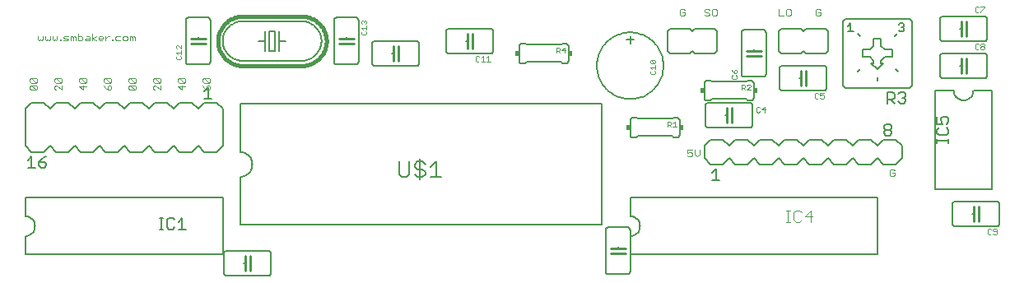
<source format=gto>
G75*
%MOIN*%
%OFA0B0*%
%FSLAX24Y24*%
%IPPOS*%
%LPD*%
%AMOC8*
5,1,8,0,0,1.08239X$1,22.5*
%
%ADD10C,0.0030*%
%ADD11C,0.0060*%
%ADD12C,0.0050*%
%ADD13C,0.0100*%
%ADD14C,0.0070*%
%ADD15C,0.0040*%
%ADD16R,0.0150X0.0200*%
%ADD17C,0.0020*%
%ADD18C,0.0160*%
D10*
X027495Y007043D02*
X027543Y006995D01*
X027640Y006995D01*
X027688Y007043D01*
X027688Y007140D01*
X027640Y007188D01*
X027592Y007188D01*
X027495Y007140D01*
X027495Y007285D01*
X027688Y007285D01*
X027790Y007285D02*
X027790Y007092D01*
X027886Y006995D01*
X027983Y007092D01*
X027983Y007285D01*
X035695Y006437D02*
X035695Y006243D01*
X035743Y006195D01*
X035840Y006195D01*
X035888Y006243D01*
X035888Y006340D01*
X035792Y006340D01*
X035888Y006437D02*
X035840Y006485D01*
X035743Y006485D01*
X035695Y006437D01*
X032840Y012695D02*
X032888Y012743D01*
X032888Y012840D01*
X032792Y012840D01*
X032888Y012937D02*
X032840Y012985D01*
X032743Y012985D01*
X032695Y012937D01*
X032695Y012743D01*
X032743Y012695D01*
X032840Y012695D01*
X031683Y012743D02*
X031635Y012695D01*
X031538Y012695D01*
X031490Y012743D01*
X031490Y012937D01*
X031538Y012985D01*
X031635Y012985D01*
X031683Y012937D01*
X031683Y012743D01*
X031388Y012695D02*
X031195Y012695D01*
X031195Y012985D01*
X028683Y012937D02*
X028683Y012743D01*
X028635Y012695D01*
X028538Y012695D01*
X028490Y012743D01*
X028490Y012937D01*
X028538Y012985D01*
X028635Y012985D01*
X028683Y012937D01*
X028388Y012937D02*
X028340Y012985D01*
X028243Y012985D01*
X028195Y012937D01*
X028195Y012888D01*
X028243Y012840D01*
X028340Y012840D01*
X028388Y012792D01*
X028388Y012743D01*
X028340Y012695D01*
X028243Y012695D01*
X028195Y012743D01*
X027388Y012743D02*
X027388Y012840D01*
X027292Y012840D01*
X027388Y012743D02*
X027340Y012695D01*
X027243Y012695D01*
X027195Y012743D01*
X027195Y012937D01*
X027243Y012985D01*
X027340Y012985D01*
X027388Y012937D01*
X008165Y010135D02*
X008165Y010038D01*
X008117Y009990D01*
X007923Y010183D01*
X008117Y010183D01*
X008165Y010135D01*
X008117Y009990D02*
X007923Y009990D01*
X007875Y010038D01*
X007875Y010135D01*
X007923Y010183D01*
X007165Y010135D02*
X007165Y010038D01*
X007117Y009990D01*
X006923Y010183D01*
X007117Y010183D01*
X007165Y010135D01*
X007117Y009990D02*
X006923Y009990D01*
X006875Y010038D01*
X006875Y010135D01*
X006923Y010183D01*
X006165Y010135D02*
X006165Y010038D01*
X006117Y009990D01*
X005923Y010183D01*
X006117Y010183D01*
X006165Y010135D01*
X006117Y009990D02*
X005923Y009990D01*
X005875Y010038D01*
X005875Y010135D01*
X005923Y010183D01*
X005165Y010135D02*
X005165Y010038D01*
X005117Y009990D01*
X004923Y010183D01*
X005117Y010183D01*
X005165Y010135D01*
X005117Y009990D02*
X004923Y009990D01*
X004875Y010038D01*
X004875Y010135D01*
X004923Y010183D01*
X004165Y010135D02*
X004165Y010038D01*
X004117Y009990D01*
X003923Y010183D01*
X004117Y010183D01*
X004165Y010135D01*
X004117Y009990D02*
X003923Y009990D01*
X003875Y010038D01*
X003875Y010135D01*
X003923Y010183D01*
X003165Y010135D02*
X003165Y010038D01*
X003117Y009990D01*
X002923Y010183D01*
X003117Y010183D01*
X003165Y010135D01*
X003117Y009990D02*
X002923Y009990D01*
X002875Y010038D01*
X002875Y010135D01*
X002923Y010183D01*
X002165Y010135D02*
X002165Y010038D01*
X002117Y009990D01*
X001923Y010183D01*
X002117Y010183D01*
X002165Y010135D01*
X002117Y009990D02*
X001923Y009990D01*
X001875Y010038D01*
X001875Y010135D01*
X001923Y010183D01*
X001165Y010135D02*
X001165Y010038D01*
X001117Y009990D01*
X000923Y010183D01*
X001117Y010183D01*
X001165Y010135D01*
X001117Y009990D02*
X000923Y009990D01*
X000875Y010038D01*
X000875Y010135D01*
X000923Y010183D01*
X000923Y009888D02*
X001117Y009695D01*
X001165Y009743D01*
X001165Y009840D01*
X001117Y009888D01*
X000923Y009888D01*
X000875Y009840D01*
X000875Y009743D01*
X000923Y009695D01*
X001117Y009695D01*
X001875Y009743D02*
X001923Y009695D01*
X001875Y009743D02*
X001875Y009840D01*
X001923Y009888D01*
X001972Y009888D01*
X002165Y009695D01*
X002165Y009888D01*
X002875Y009840D02*
X003020Y009695D01*
X003020Y009888D01*
X003165Y009840D02*
X002875Y009840D01*
X003875Y009888D02*
X003923Y009792D01*
X004020Y009695D01*
X004020Y009840D01*
X004068Y009888D01*
X004117Y009888D01*
X004165Y009840D01*
X004165Y009743D01*
X004117Y009695D01*
X004020Y009695D01*
X004875Y009743D02*
X004875Y009840D01*
X004923Y009888D01*
X005117Y009695D01*
X005165Y009743D01*
X005165Y009840D01*
X005117Y009888D01*
X004923Y009888D01*
X004875Y009743D02*
X004923Y009695D01*
X005117Y009695D01*
X005875Y009743D02*
X005923Y009695D01*
X005875Y009743D02*
X005875Y009840D01*
X005923Y009888D01*
X005972Y009888D01*
X006165Y009695D01*
X006165Y009888D01*
X006875Y009840D02*
X007020Y009695D01*
X007020Y009888D01*
X007165Y009840D02*
X006875Y009840D01*
X007875Y009888D02*
X007923Y009792D01*
X008020Y009695D01*
X008020Y009840D01*
X008068Y009888D01*
X008117Y009888D01*
X008165Y009840D01*
X008165Y009743D01*
X008117Y009695D01*
X008020Y009695D01*
X005121Y011695D02*
X005121Y011840D01*
X005072Y011888D01*
X005024Y011840D01*
X005024Y011695D01*
X004927Y011695D02*
X004927Y011888D01*
X004976Y011888D01*
X005024Y011840D01*
X004826Y011840D02*
X004826Y011743D01*
X004778Y011695D01*
X004681Y011695D01*
X004633Y011743D01*
X004633Y011840D01*
X004681Y011888D01*
X004778Y011888D01*
X004826Y011840D01*
X004531Y011888D02*
X004386Y011888D01*
X004338Y011840D01*
X004338Y011743D01*
X004386Y011695D01*
X004531Y011695D01*
X004239Y011695D02*
X004191Y011695D01*
X004191Y011743D01*
X004239Y011743D01*
X004239Y011695D01*
X004090Y011888D02*
X004042Y011888D01*
X003945Y011792D01*
X003945Y011888D02*
X003945Y011695D01*
X003844Y011792D02*
X003650Y011792D01*
X003650Y011840D02*
X003699Y011888D01*
X003796Y011888D01*
X003844Y011840D01*
X003844Y011792D01*
X003796Y011695D02*
X003699Y011695D01*
X003650Y011743D01*
X003650Y011840D01*
X003550Y011888D02*
X003405Y011792D01*
X003550Y011695D01*
X003405Y011695D02*
X003405Y011985D01*
X003304Y011840D02*
X003255Y011888D01*
X003159Y011888D01*
X003159Y011792D02*
X003304Y011792D01*
X003304Y011840D02*
X003304Y011695D01*
X003159Y011695D01*
X003110Y011743D01*
X003159Y011792D01*
X003009Y011840D02*
X002961Y011888D01*
X002816Y011888D01*
X002816Y011985D02*
X002816Y011695D01*
X002961Y011695D01*
X003009Y011743D01*
X003009Y011840D01*
X002714Y011840D02*
X002714Y011695D01*
X002618Y011695D02*
X002618Y011840D01*
X002666Y011888D01*
X002714Y011840D01*
X002618Y011840D02*
X002569Y011888D01*
X002521Y011888D01*
X002521Y011695D01*
X002420Y011743D02*
X002371Y011792D01*
X002275Y011792D01*
X002226Y011840D01*
X002275Y011888D01*
X002420Y011888D01*
X002420Y011743D02*
X002371Y011695D01*
X002226Y011695D01*
X002127Y011695D02*
X002079Y011695D01*
X002079Y011743D01*
X002127Y011743D01*
X002127Y011695D01*
X001978Y011743D02*
X001978Y011888D01*
X001978Y011743D02*
X001929Y011695D01*
X001881Y011743D01*
X001833Y011695D01*
X001784Y011743D01*
X001784Y011888D01*
X001683Y011888D02*
X001683Y011743D01*
X001635Y011695D01*
X001586Y011743D01*
X001538Y011695D01*
X001490Y011743D01*
X001490Y011888D01*
X001388Y011888D02*
X001388Y011743D01*
X001340Y011695D01*
X001292Y011743D01*
X001243Y011695D01*
X001195Y011743D01*
X001195Y011888D01*
D11*
X008730Y003080D02*
X008730Y002280D01*
X008732Y002263D01*
X008736Y002246D01*
X008743Y002230D01*
X008753Y002216D01*
X008766Y002203D01*
X008780Y002193D01*
X008796Y002186D01*
X008813Y002182D01*
X008830Y002180D01*
X010530Y002180D01*
X010547Y002182D01*
X010564Y002186D01*
X010580Y002193D01*
X010594Y002203D01*
X010607Y002216D01*
X010617Y002230D01*
X010624Y002246D01*
X010628Y002263D01*
X010630Y002280D01*
X010630Y003080D01*
X010628Y003097D01*
X010624Y003114D01*
X010617Y003130D01*
X010607Y003144D01*
X010594Y003157D01*
X010580Y003167D01*
X010564Y003174D01*
X010547Y003178D01*
X010530Y003180D01*
X008830Y003180D01*
X008813Y003178D01*
X008796Y003174D01*
X008780Y003167D01*
X008766Y003157D01*
X008753Y003144D01*
X008743Y003130D01*
X008736Y003114D01*
X008732Y003097D01*
X008730Y003080D01*
X008680Y003030D02*
X008680Y005330D01*
X000680Y005330D01*
X000680Y004580D01*
X000719Y004578D01*
X000758Y004572D01*
X000796Y004563D01*
X000833Y004550D01*
X000869Y004533D01*
X000902Y004513D01*
X000934Y004489D01*
X000963Y004463D01*
X000989Y004434D01*
X001013Y004402D01*
X001033Y004369D01*
X001050Y004333D01*
X001063Y004296D01*
X001072Y004258D01*
X001078Y004219D01*
X001080Y004180D01*
X001078Y004141D01*
X001072Y004102D01*
X001063Y004064D01*
X001050Y004027D01*
X001033Y003991D01*
X001013Y003958D01*
X000989Y003926D01*
X000963Y003897D01*
X000934Y003871D01*
X000902Y003847D01*
X000869Y003827D01*
X000833Y003810D01*
X000796Y003797D01*
X000758Y003788D01*
X000719Y003782D01*
X000680Y003780D01*
X000680Y003030D01*
X008680Y003030D01*
X009530Y002680D02*
X009580Y002680D01*
X009780Y002680D02*
X009830Y002680D01*
X009380Y004230D02*
X009380Y006180D01*
X009424Y006182D01*
X009467Y006188D01*
X009509Y006197D01*
X009551Y006210D01*
X009591Y006227D01*
X009630Y006247D01*
X009667Y006270D01*
X009701Y006297D01*
X009734Y006326D01*
X009763Y006359D01*
X009790Y006393D01*
X009813Y006430D01*
X009833Y006469D01*
X009850Y006509D01*
X009863Y006551D01*
X009872Y006593D01*
X009878Y006636D01*
X009880Y006680D01*
X009878Y006724D01*
X009872Y006767D01*
X009863Y006809D01*
X009850Y006851D01*
X009833Y006891D01*
X009813Y006930D01*
X009790Y006967D01*
X009763Y007001D01*
X009734Y007034D01*
X009701Y007063D01*
X009667Y007090D01*
X009630Y007113D01*
X009591Y007133D01*
X009551Y007150D01*
X009509Y007163D01*
X009467Y007172D01*
X009424Y007178D01*
X009380Y007180D01*
X009380Y009130D01*
X024030Y009130D01*
X024030Y004230D01*
X009380Y004230D01*
X008430Y007180D02*
X007930Y007180D01*
X007680Y007430D01*
X007430Y007180D01*
X006930Y007180D01*
X006680Y007430D01*
X006430Y007180D01*
X005930Y007180D01*
X005680Y007430D01*
X005430Y007180D01*
X004930Y007180D01*
X004680Y007430D01*
X004430Y007180D01*
X003930Y007180D01*
X003680Y007430D01*
X003430Y007180D01*
X002930Y007180D01*
X002680Y007430D01*
X002430Y007180D01*
X001930Y007180D01*
X001680Y007430D01*
X001430Y007180D01*
X000930Y007180D01*
X000680Y007430D01*
X000680Y008930D01*
X000930Y009180D01*
X001430Y009180D01*
X001680Y008930D01*
X001930Y009180D01*
X002430Y009180D01*
X002680Y008930D01*
X002930Y009180D01*
X003430Y009180D01*
X003680Y008930D01*
X003930Y009180D01*
X004430Y009180D01*
X004680Y008930D01*
X004930Y009180D01*
X005430Y009180D01*
X005680Y008930D01*
X005930Y009180D01*
X006430Y009180D01*
X006680Y008930D01*
X006930Y009180D01*
X007430Y009180D01*
X007680Y008930D01*
X007930Y009180D01*
X008430Y009180D01*
X008680Y008930D01*
X008680Y007430D01*
X008430Y007180D01*
X014830Y010680D02*
X016530Y010680D01*
X016547Y010682D01*
X016564Y010686D01*
X016580Y010693D01*
X016594Y010703D01*
X016607Y010716D01*
X016617Y010730D01*
X016624Y010746D01*
X016628Y010763D01*
X016630Y010780D01*
X016630Y011580D01*
X016628Y011597D01*
X016624Y011614D01*
X016617Y011630D01*
X016607Y011644D01*
X016594Y011657D01*
X016580Y011667D01*
X016564Y011674D01*
X016547Y011678D01*
X016530Y011680D01*
X014830Y011680D01*
X014813Y011678D01*
X014796Y011674D01*
X014780Y011667D01*
X014766Y011657D01*
X014753Y011644D01*
X014743Y011630D01*
X014736Y011614D01*
X014732Y011597D01*
X014730Y011580D01*
X014730Y010780D01*
X014732Y010763D01*
X014736Y010746D01*
X014743Y010730D01*
X014753Y010716D01*
X014766Y010703D01*
X014780Y010693D01*
X014796Y010686D01*
X014813Y010682D01*
X014830Y010680D01*
X014180Y010830D02*
X014180Y012530D01*
X014178Y012547D01*
X014174Y012564D01*
X014167Y012580D01*
X014157Y012594D01*
X014144Y012607D01*
X014130Y012617D01*
X014114Y012624D01*
X014097Y012628D01*
X014080Y012630D01*
X013280Y012630D01*
X013263Y012628D01*
X013246Y012624D01*
X013230Y012617D01*
X013216Y012607D01*
X013203Y012594D01*
X013193Y012580D01*
X013186Y012564D01*
X013182Y012547D01*
X013180Y012530D01*
X013180Y010830D01*
X013182Y010813D01*
X013186Y010796D01*
X013193Y010780D01*
X013203Y010766D01*
X013216Y010753D01*
X013230Y010743D01*
X013246Y010736D01*
X013263Y010732D01*
X013280Y010730D01*
X014080Y010730D01*
X014097Y010732D01*
X014114Y010736D01*
X014130Y010743D01*
X014144Y010753D01*
X014157Y010766D01*
X014167Y010780D01*
X014174Y010796D01*
X014178Y010813D01*
X014180Y010830D01*
X015530Y011180D02*
X015580Y011180D01*
X015780Y011180D02*
X015830Y011180D01*
X017730Y011280D02*
X017730Y012080D01*
X017732Y012097D01*
X017736Y012114D01*
X017743Y012130D01*
X017753Y012144D01*
X017766Y012157D01*
X017780Y012167D01*
X017796Y012174D01*
X017813Y012178D01*
X017830Y012180D01*
X019530Y012180D01*
X019547Y012178D01*
X019564Y012174D01*
X019580Y012167D01*
X019594Y012157D01*
X019607Y012144D01*
X019617Y012130D01*
X019624Y012114D01*
X019628Y012097D01*
X019630Y012080D01*
X019630Y011280D01*
X019628Y011263D01*
X019624Y011246D01*
X019617Y011230D01*
X019607Y011216D01*
X019594Y011203D01*
X019580Y011193D01*
X019564Y011186D01*
X019547Y011182D01*
X019530Y011180D01*
X017830Y011180D01*
X017813Y011182D01*
X017796Y011186D01*
X017780Y011193D01*
X017766Y011203D01*
X017753Y011216D01*
X017743Y011230D01*
X017736Y011246D01*
X017732Y011263D01*
X017730Y011280D01*
X018530Y011680D02*
X018580Y011680D01*
X018780Y011680D02*
X018830Y011680D01*
X020680Y011480D02*
X020680Y010880D01*
X020682Y010863D01*
X020686Y010846D01*
X020693Y010830D01*
X020703Y010816D01*
X020716Y010803D01*
X020730Y010793D01*
X020746Y010786D01*
X020763Y010782D01*
X020780Y010780D01*
X020930Y010780D01*
X020980Y010830D01*
X022380Y010830D01*
X022430Y010780D01*
X022580Y010780D01*
X022597Y010782D01*
X022614Y010786D01*
X022630Y010793D01*
X022644Y010803D01*
X022657Y010816D01*
X022667Y010830D01*
X022674Y010846D01*
X022678Y010863D01*
X022680Y010880D01*
X022680Y011480D01*
X022678Y011497D01*
X022674Y011514D01*
X022667Y011530D01*
X022657Y011544D01*
X022644Y011557D01*
X022630Y011567D01*
X022614Y011574D01*
X022597Y011578D01*
X022580Y011580D01*
X022430Y011580D01*
X022380Y011530D01*
X020980Y011530D01*
X020930Y011580D01*
X020780Y011580D01*
X020763Y011578D01*
X020746Y011574D01*
X020730Y011567D01*
X020716Y011557D01*
X020703Y011544D01*
X020693Y011530D01*
X020686Y011514D01*
X020682Y011497D01*
X020680Y011480D01*
X025030Y011730D02*
X025330Y011730D01*
X025180Y011880D02*
X025180Y011580D01*
X026680Y011280D02*
X026680Y012080D01*
X026780Y012180D01*
X027580Y012180D01*
X027680Y012080D01*
X027780Y012180D01*
X028580Y012180D01*
X028680Y012080D01*
X028680Y011280D01*
X028580Y011180D01*
X027780Y011180D01*
X027680Y011280D01*
X027580Y011180D01*
X026780Y011180D01*
X026680Y011280D01*
X023830Y010680D02*
X023832Y010753D01*
X023838Y010826D01*
X023848Y010898D01*
X023862Y010970D01*
X023879Y011041D01*
X023901Y011111D01*
X023926Y011180D01*
X023955Y011247D01*
X023987Y011312D01*
X024023Y011376D01*
X024063Y011438D01*
X024105Y011497D01*
X024151Y011554D01*
X024200Y011608D01*
X024252Y011660D01*
X024306Y011709D01*
X024363Y011755D01*
X024422Y011797D01*
X024484Y011837D01*
X024548Y011873D01*
X024613Y011905D01*
X024680Y011934D01*
X024749Y011959D01*
X024819Y011981D01*
X024890Y011998D01*
X024962Y012012D01*
X025034Y012022D01*
X025107Y012028D01*
X025180Y012030D01*
X025253Y012028D01*
X025326Y012022D01*
X025398Y012012D01*
X025470Y011998D01*
X025541Y011981D01*
X025611Y011959D01*
X025680Y011934D01*
X025747Y011905D01*
X025812Y011873D01*
X025876Y011837D01*
X025938Y011797D01*
X025997Y011755D01*
X026054Y011709D01*
X026108Y011660D01*
X026160Y011608D01*
X026209Y011554D01*
X026255Y011497D01*
X026297Y011438D01*
X026337Y011376D01*
X026373Y011312D01*
X026405Y011247D01*
X026434Y011180D01*
X026459Y011111D01*
X026481Y011041D01*
X026498Y010970D01*
X026512Y010898D01*
X026522Y010826D01*
X026528Y010753D01*
X026530Y010680D01*
X026528Y010607D01*
X026522Y010534D01*
X026512Y010462D01*
X026498Y010390D01*
X026481Y010319D01*
X026459Y010249D01*
X026434Y010180D01*
X026405Y010113D01*
X026373Y010048D01*
X026337Y009984D01*
X026297Y009922D01*
X026255Y009863D01*
X026209Y009806D01*
X026160Y009752D01*
X026108Y009700D01*
X026054Y009651D01*
X025997Y009605D01*
X025938Y009563D01*
X025876Y009523D01*
X025812Y009487D01*
X025747Y009455D01*
X025680Y009426D01*
X025611Y009401D01*
X025541Y009379D01*
X025470Y009362D01*
X025398Y009348D01*
X025326Y009338D01*
X025253Y009332D01*
X025180Y009330D01*
X025107Y009332D01*
X025034Y009338D01*
X024962Y009348D01*
X024890Y009362D01*
X024819Y009379D01*
X024749Y009401D01*
X024680Y009426D01*
X024613Y009455D01*
X024548Y009487D01*
X024484Y009523D01*
X024422Y009563D01*
X024363Y009605D01*
X024306Y009651D01*
X024252Y009700D01*
X024200Y009752D01*
X024151Y009806D01*
X024105Y009863D01*
X024063Y009922D01*
X024023Y009984D01*
X023987Y010048D01*
X023955Y010113D01*
X023926Y010180D01*
X023901Y010249D01*
X023879Y010319D01*
X023862Y010390D01*
X023848Y010462D01*
X023838Y010534D01*
X023832Y010607D01*
X023830Y010680D01*
X028180Y009980D02*
X028180Y009380D01*
X028182Y009363D01*
X028186Y009346D01*
X028193Y009330D01*
X028203Y009316D01*
X028216Y009303D01*
X028230Y009293D01*
X028246Y009286D01*
X028263Y009282D01*
X028280Y009280D01*
X028430Y009280D01*
X028480Y009330D01*
X029880Y009330D01*
X029930Y009280D01*
X030080Y009280D01*
X030097Y009282D01*
X030114Y009286D01*
X030130Y009293D01*
X030144Y009303D01*
X030157Y009316D01*
X030167Y009330D01*
X030174Y009346D01*
X030178Y009363D01*
X030180Y009380D01*
X030180Y009980D01*
X030178Y009997D01*
X030174Y010014D01*
X030167Y010030D01*
X030157Y010044D01*
X030144Y010057D01*
X030130Y010067D01*
X030114Y010074D01*
X030097Y010078D01*
X030080Y010080D01*
X029930Y010080D01*
X029880Y010030D01*
X028480Y010030D01*
X028430Y010080D01*
X028280Y010080D01*
X028263Y010078D01*
X028246Y010074D01*
X028230Y010067D01*
X028216Y010057D01*
X028203Y010044D01*
X028193Y010030D01*
X028186Y010014D01*
X028182Y009997D01*
X028180Y009980D01*
X029680Y010330D02*
X029680Y012030D01*
X029682Y012047D01*
X029686Y012064D01*
X029693Y012080D01*
X029703Y012094D01*
X029716Y012107D01*
X029730Y012117D01*
X029746Y012124D01*
X029763Y012128D01*
X029780Y012130D01*
X030580Y012130D01*
X030597Y012128D01*
X030614Y012124D01*
X030630Y012117D01*
X030644Y012107D01*
X030657Y012094D01*
X030667Y012080D01*
X030674Y012064D01*
X030678Y012047D01*
X030680Y012030D01*
X030680Y010330D01*
X030678Y010313D01*
X030674Y010296D01*
X030667Y010280D01*
X030657Y010266D01*
X030644Y010253D01*
X030630Y010243D01*
X030614Y010236D01*
X030597Y010232D01*
X030580Y010230D01*
X029780Y010230D01*
X029763Y010232D01*
X029746Y010236D01*
X029730Y010243D01*
X029716Y010253D01*
X029703Y010266D01*
X029693Y010280D01*
X029686Y010296D01*
X029682Y010313D01*
X029680Y010330D01*
X031230Y010580D02*
X031230Y009780D01*
X031232Y009763D01*
X031236Y009746D01*
X031243Y009730D01*
X031253Y009716D01*
X031266Y009703D01*
X031280Y009693D01*
X031296Y009686D01*
X031313Y009682D01*
X031330Y009680D01*
X033030Y009680D01*
X033047Y009682D01*
X033064Y009686D01*
X033080Y009693D01*
X033094Y009703D01*
X033107Y009716D01*
X033117Y009730D01*
X033124Y009746D01*
X033128Y009763D01*
X033130Y009780D01*
X033130Y010580D01*
X033128Y010597D01*
X033124Y010614D01*
X033117Y010630D01*
X033107Y010644D01*
X033094Y010657D01*
X033080Y010667D01*
X033064Y010674D01*
X033047Y010678D01*
X033030Y010680D01*
X031330Y010680D01*
X031313Y010678D01*
X031296Y010674D01*
X031280Y010667D01*
X031266Y010657D01*
X031253Y010644D01*
X031243Y010630D01*
X031236Y010614D01*
X031232Y010597D01*
X031230Y010580D01*
X032030Y010180D02*
X032080Y010180D01*
X032280Y010180D02*
X032330Y010180D01*
X033780Y009880D02*
X033780Y012480D01*
X033880Y012580D01*
X036480Y012580D01*
X036580Y012480D01*
X036580Y009880D01*
X036480Y009780D01*
X033880Y009780D01*
X033780Y009880D01*
X034380Y010430D02*
X034480Y010530D01*
X034930Y010780D02*
X035180Y010530D01*
X035430Y010780D01*
X035330Y010780D01*
X035330Y010880D01*
X035480Y011030D01*
X035780Y011030D01*
X035780Y011330D01*
X035480Y011330D01*
X035330Y011480D01*
X035330Y011780D01*
X035030Y011780D01*
X035030Y011480D01*
X034880Y011330D01*
X034580Y011330D01*
X034580Y011030D01*
X034880Y011030D01*
X035030Y010880D01*
X035030Y010780D01*
X034930Y010780D01*
X035930Y010530D02*
X036030Y010430D01*
X035180Y010210D02*
X035180Y010060D01*
X037530Y009680D02*
X038280Y009680D01*
X038282Y009641D01*
X038288Y009602D01*
X038297Y009564D01*
X038310Y009527D01*
X038327Y009491D01*
X038347Y009458D01*
X038371Y009426D01*
X038397Y009397D01*
X038426Y009371D01*
X038458Y009347D01*
X038491Y009327D01*
X038527Y009310D01*
X038564Y009297D01*
X038602Y009288D01*
X038641Y009282D01*
X038680Y009280D01*
X038719Y009282D01*
X038758Y009288D01*
X038796Y009297D01*
X038833Y009310D01*
X038869Y009327D01*
X038902Y009347D01*
X038934Y009371D01*
X038963Y009397D01*
X038989Y009426D01*
X039013Y009458D01*
X039033Y009491D01*
X039050Y009527D01*
X039063Y009564D01*
X039072Y009602D01*
X039078Y009641D01*
X039080Y009680D01*
X039830Y009680D01*
X039830Y005680D01*
X037530Y005680D01*
X037530Y009680D01*
X037830Y010180D02*
X039530Y010180D01*
X039547Y010182D01*
X039564Y010186D01*
X039580Y010193D01*
X039594Y010203D01*
X039607Y010216D01*
X039617Y010230D01*
X039624Y010246D01*
X039628Y010263D01*
X039630Y010280D01*
X039630Y011080D01*
X039628Y011097D01*
X039624Y011114D01*
X039617Y011130D01*
X039607Y011144D01*
X039594Y011157D01*
X039580Y011167D01*
X039564Y011174D01*
X039547Y011178D01*
X039530Y011180D01*
X037830Y011180D01*
X037813Y011178D01*
X037796Y011174D01*
X037780Y011167D01*
X037766Y011157D01*
X037753Y011144D01*
X037743Y011130D01*
X037736Y011114D01*
X037732Y011097D01*
X037730Y011080D01*
X037730Y010280D01*
X037732Y010263D01*
X037736Y010246D01*
X037743Y010230D01*
X037753Y010216D01*
X037766Y010203D01*
X037780Y010193D01*
X037796Y010186D01*
X037813Y010182D01*
X037830Y010180D01*
X038530Y010680D02*
X038580Y010680D01*
X038780Y010680D02*
X038830Y010680D01*
X039530Y011680D02*
X037830Y011680D01*
X037813Y011682D01*
X037796Y011686D01*
X037780Y011693D01*
X037766Y011703D01*
X037753Y011716D01*
X037743Y011730D01*
X037736Y011746D01*
X037732Y011763D01*
X037730Y011780D01*
X037730Y012580D01*
X037732Y012597D01*
X037736Y012614D01*
X037743Y012630D01*
X037753Y012644D01*
X037766Y012657D01*
X037780Y012667D01*
X037796Y012674D01*
X037813Y012678D01*
X037830Y012680D01*
X039530Y012680D01*
X039547Y012678D01*
X039564Y012674D01*
X039580Y012667D01*
X039594Y012657D01*
X039607Y012644D01*
X039617Y012630D01*
X039624Y012614D01*
X039628Y012597D01*
X039630Y012580D01*
X039630Y011780D01*
X039628Y011763D01*
X039624Y011746D01*
X039617Y011730D01*
X039607Y011716D01*
X039594Y011703D01*
X039580Y011693D01*
X039564Y011686D01*
X039547Y011682D01*
X039530Y011680D01*
X038830Y012180D02*
X038780Y012180D01*
X038580Y012180D02*
X038530Y012180D01*
X035980Y011980D02*
X035880Y011880D01*
X034480Y011880D02*
X034380Y011980D01*
X033180Y012080D02*
X033080Y012180D01*
X032280Y012180D01*
X032180Y012080D01*
X032080Y012180D01*
X031280Y012180D01*
X031180Y012080D01*
X031180Y011280D01*
X031280Y011180D01*
X032080Y011180D01*
X032180Y011280D01*
X032280Y011180D01*
X033080Y011180D01*
X033180Y011280D01*
X033180Y012080D01*
X030180Y011330D02*
X030180Y011280D01*
X030180Y011080D02*
X030180Y011030D01*
X030030Y009180D02*
X028330Y009180D01*
X028313Y009178D01*
X028296Y009174D01*
X028280Y009167D01*
X028266Y009157D01*
X028253Y009144D01*
X028243Y009130D01*
X028236Y009114D01*
X028232Y009097D01*
X028230Y009080D01*
X028230Y008280D01*
X028232Y008263D01*
X028236Y008246D01*
X028243Y008230D01*
X028253Y008216D01*
X028266Y008203D01*
X028280Y008193D01*
X028296Y008186D01*
X028313Y008182D01*
X028330Y008180D01*
X030030Y008180D01*
X030047Y008182D01*
X030064Y008186D01*
X030080Y008193D01*
X030094Y008203D01*
X030107Y008216D01*
X030117Y008230D01*
X030124Y008246D01*
X030128Y008263D01*
X030130Y008280D01*
X030130Y009080D01*
X030128Y009097D01*
X030124Y009114D01*
X030117Y009130D01*
X030107Y009144D01*
X030094Y009157D01*
X030080Y009167D01*
X030064Y009174D01*
X030047Y009178D01*
X030030Y009180D01*
X029330Y008680D02*
X029280Y008680D01*
X029080Y008680D02*
X029030Y008680D01*
X027180Y008480D02*
X027180Y007880D01*
X027178Y007863D01*
X027174Y007846D01*
X027167Y007830D01*
X027157Y007816D01*
X027144Y007803D01*
X027130Y007793D01*
X027114Y007786D01*
X027097Y007782D01*
X027080Y007780D01*
X026930Y007780D01*
X026880Y007830D01*
X025480Y007830D01*
X025430Y007780D01*
X025280Y007780D01*
X025263Y007782D01*
X025246Y007786D01*
X025230Y007793D01*
X025216Y007803D01*
X025203Y007816D01*
X025193Y007830D01*
X025186Y007846D01*
X025182Y007863D01*
X025180Y007880D01*
X025180Y008480D01*
X025182Y008497D01*
X025186Y008514D01*
X025193Y008530D01*
X025203Y008544D01*
X025216Y008557D01*
X025230Y008567D01*
X025246Y008574D01*
X025263Y008578D01*
X025280Y008580D01*
X025430Y008580D01*
X025480Y008530D01*
X026880Y008530D01*
X026930Y008580D01*
X027080Y008580D01*
X027097Y008578D01*
X027114Y008574D01*
X027130Y008567D01*
X027144Y008557D01*
X027157Y008544D01*
X027167Y008530D01*
X027174Y008514D01*
X027178Y008497D01*
X027180Y008480D01*
X028180Y007430D02*
X028430Y007680D01*
X028930Y007680D01*
X029180Y007430D01*
X029430Y007680D01*
X029930Y007680D01*
X030180Y007430D01*
X030430Y007680D01*
X030930Y007680D01*
X031180Y007430D01*
X031430Y007680D01*
X031930Y007680D01*
X032180Y007430D01*
X032430Y007680D01*
X032930Y007680D01*
X033180Y007430D01*
X033430Y007680D01*
X033930Y007680D01*
X034180Y007430D01*
X034430Y007680D01*
X034930Y007680D01*
X035180Y007430D01*
X035430Y007680D01*
X035930Y007680D01*
X036180Y007430D01*
X036180Y006930D01*
X035930Y006680D01*
X035430Y006680D01*
X035180Y006930D01*
X034930Y006680D01*
X034430Y006680D01*
X034180Y006930D01*
X033930Y006680D01*
X033430Y006680D01*
X033180Y006930D01*
X032930Y006680D01*
X032430Y006680D01*
X032180Y006930D01*
X031930Y006680D01*
X031430Y006680D01*
X031180Y006930D01*
X030930Y006680D01*
X030430Y006680D01*
X030180Y006930D01*
X029930Y006680D01*
X029430Y006680D01*
X029180Y006930D01*
X028930Y006680D01*
X028430Y006680D01*
X028180Y006930D01*
X028180Y007430D01*
X025180Y005330D02*
X025180Y004580D01*
X025219Y004578D01*
X025258Y004572D01*
X025296Y004563D01*
X025333Y004550D01*
X025369Y004533D01*
X025402Y004513D01*
X025434Y004489D01*
X025463Y004463D01*
X025489Y004434D01*
X025513Y004402D01*
X025533Y004369D01*
X025550Y004333D01*
X025563Y004296D01*
X025572Y004258D01*
X025578Y004219D01*
X025580Y004180D01*
X025578Y004141D01*
X025572Y004102D01*
X025563Y004064D01*
X025550Y004027D01*
X025533Y003991D01*
X025513Y003958D01*
X025489Y003926D01*
X025463Y003897D01*
X025434Y003871D01*
X025402Y003847D01*
X025369Y003827D01*
X025333Y003810D01*
X025296Y003797D01*
X025258Y003788D01*
X025219Y003782D01*
X025180Y003780D01*
X025180Y003030D01*
X035180Y003030D01*
X035180Y005330D01*
X025180Y005330D01*
X025080Y004130D02*
X024280Y004130D01*
X024263Y004128D01*
X024246Y004124D01*
X024230Y004117D01*
X024216Y004107D01*
X024203Y004094D01*
X024193Y004080D01*
X024186Y004064D01*
X024182Y004047D01*
X024180Y004030D01*
X024180Y002330D01*
X024182Y002313D01*
X024186Y002296D01*
X024193Y002280D01*
X024203Y002266D01*
X024216Y002253D01*
X024230Y002243D01*
X024246Y002236D01*
X024263Y002232D01*
X024280Y002230D01*
X025080Y002230D01*
X025097Y002232D01*
X025114Y002236D01*
X025130Y002243D01*
X025144Y002253D01*
X025157Y002266D01*
X025167Y002280D01*
X025174Y002296D01*
X025178Y002313D01*
X025180Y002330D01*
X025180Y004030D01*
X025178Y004047D01*
X025174Y004064D01*
X025167Y004080D01*
X025157Y004094D01*
X025144Y004107D01*
X025130Y004117D01*
X025114Y004124D01*
X025097Y004128D01*
X025080Y004130D01*
X024680Y003330D02*
X024680Y003280D01*
X024680Y003080D02*
X024680Y003030D01*
X038230Y004280D02*
X038230Y005080D01*
X038232Y005097D01*
X038236Y005114D01*
X038243Y005130D01*
X038253Y005144D01*
X038266Y005157D01*
X038280Y005167D01*
X038296Y005174D01*
X038313Y005178D01*
X038330Y005180D01*
X040030Y005180D01*
X040047Y005178D01*
X040064Y005174D01*
X040080Y005167D01*
X040094Y005157D01*
X040107Y005144D01*
X040117Y005130D01*
X040124Y005114D01*
X040128Y005097D01*
X040130Y005080D01*
X040130Y004280D01*
X040128Y004263D01*
X040124Y004246D01*
X040117Y004230D01*
X040107Y004216D01*
X040094Y004203D01*
X040080Y004193D01*
X040064Y004186D01*
X040047Y004182D01*
X040030Y004180D01*
X038330Y004180D01*
X038313Y004182D01*
X038296Y004186D01*
X038280Y004193D01*
X038266Y004203D01*
X038253Y004216D01*
X038243Y004230D01*
X038236Y004246D01*
X038232Y004263D01*
X038230Y004280D01*
X039030Y004680D02*
X039080Y004680D01*
X039280Y004680D02*
X039330Y004680D01*
X013680Y011530D02*
X013680Y011580D01*
X013680Y011780D02*
X013680Y011830D01*
X011880Y012480D02*
X011936Y012478D01*
X011991Y012472D01*
X012046Y012463D01*
X012101Y012449D01*
X012154Y012432D01*
X012205Y012411D01*
X012256Y012386D01*
X012304Y012358D01*
X012350Y012327D01*
X012394Y012293D01*
X012436Y012255D01*
X012475Y012215D01*
X012510Y012173D01*
X012543Y012127D01*
X012573Y012080D01*
X012599Y012031D01*
X012622Y011980D01*
X012641Y011927D01*
X012656Y011874D01*
X012668Y011819D01*
X012676Y011764D01*
X012680Y011708D01*
X012680Y011652D01*
X012676Y011596D01*
X012668Y011541D01*
X012656Y011486D01*
X012641Y011433D01*
X012622Y011380D01*
X012599Y011329D01*
X012573Y011280D01*
X012543Y011233D01*
X012510Y011187D01*
X012475Y011145D01*
X012436Y011105D01*
X012394Y011067D01*
X012350Y011033D01*
X012304Y011002D01*
X012256Y010974D01*
X012205Y010949D01*
X012154Y010928D01*
X012101Y010911D01*
X012046Y010897D01*
X011991Y010888D01*
X011936Y010882D01*
X011880Y010880D01*
X009480Y010880D01*
X010410Y011280D02*
X010410Y011680D01*
X010130Y011680D01*
X010410Y011680D02*
X010410Y012080D01*
X010550Y012080D02*
X010800Y012080D01*
X010800Y011280D01*
X010550Y011280D01*
X010550Y012080D01*
X010950Y012080D02*
X010950Y011680D01*
X010950Y011280D01*
X010950Y011680D02*
X011230Y011680D01*
X009480Y012480D02*
X009424Y012478D01*
X009369Y012472D01*
X009314Y012463D01*
X009259Y012449D01*
X009206Y012432D01*
X009155Y012411D01*
X009104Y012386D01*
X009056Y012358D01*
X009010Y012327D01*
X008966Y012293D01*
X008924Y012255D01*
X008885Y012215D01*
X008850Y012173D01*
X008817Y012127D01*
X008787Y012080D01*
X008761Y012031D01*
X008738Y011980D01*
X008719Y011927D01*
X008704Y011874D01*
X008692Y011819D01*
X008684Y011764D01*
X008680Y011708D01*
X008680Y011652D01*
X008684Y011596D01*
X008692Y011541D01*
X008704Y011486D01*
X008719Y011433D01*
X008738Y011380D01*
X008761Y011329D01*
X008787Y011280D01*
X008817Y011233D01*
X008850Y011187D01*
X008885Y011145D01*
X008924Y011105D01*
X008966Y011067D01*
X009010Y011033D01*
X009056Y011002D01*
X009104Y010974D01*
X009155Y010949D01*
X009206Y010928D01*
X009259Y010911D01*
X009314Y010897D01*
X009369Y010888D01*
X009424Y010882D01*
X009480Y010880D01*
X008180Y010830D02*
X008180Y012530D01*
X008178Y012547D01*
X008174Y012564D01*
X008167Y012580D01*
X008157Y012594D01*
X008144Y012607D01*
X008130Y012617D01*
X008114Y012624D01*
X008097Y012628D01*
X008080Y012630D01*
X007280Y012630D01*
X007263Y012628D01*
X007246Y012624D01*
X007230Y012617D01*
X007216Y012607D01*
X007203Y012594D01*
X007193Y012580D01*
X007186Y012564D01*
X007182Y012547D01*
X007180Y012530D01*
X007180Y010830D01*
X007182Y010813D01*
X007186Y010796D01*
X007193Y010780D01*
X007203Y010766D01*
X007216Y010753D01*
X007230Y010743D01*
X007246Y010736D01*
X007263Y010732D01*
X007280Y010730D01*
X008080Y010730D01*
X008097Y010732D01*
X008114Y010736D01*
X008130Y010743D01*
X008144Y010753D01*
X008157Y010766D01*
X008167Y010780D01*
X008174Y010796D01*
X008178Y010813D01*
X008180Y010830D01*
X007680Y011530D02*
X007680Y011580D01*
X007680Y011780D02*
X007680Y011830D01*
X009480Y012480D02*
X011880Y012480D01*
D12*
X008095Y009805D02*
X008095Y009355D01*
X007945Y009355D02*
X008245Y009355D01*
X007945Y009655D02*
X008095Y009805D01*
X001545Y007005D02*
X001395Y006930D01*
X001245Y006780D01*
X001470Y006780D01*
X001545Y006705D01*
X001545Y006630D01*
X001470Y006555D01*
X001320Y006555D01*
X001245Y006630D01*
X001245Y006780D01*
X001084Y006555D02*
X000784Y006555D01*
X000934Y006555D02*
X000934Y007005D01*
X000784Y006855D01*
X006127Y004505D02*
X006277Y004505D01*
X006202Y004505D02*
X006202Y004055D01*
X006127Y004055D02*
X006277Y004055D01*
X006434Y004130D02*
X006509Y004055D01*
X006659Y004055D01*
X006734Y004130D01*
X006895Y004055D02*
X007195Y004055D01*
X007045Y004055D02*
X007045Y004505D01*
X006895Y004355D01*
X006734Y004430D02*
X006659Y004505D01*
X006509Y004505D01*
X006434Y004430D01*
X006434Y004130D01*
X028505Y006055D02*
X028805Y006055D01*
X028655Y006055D02*
X028655Y006505D01*
X028505Y006355D01*
X035455Y007930D02*
X035530Y007855D01*
X035680Y007855D01*
X035755Y007930D01*
X035755Y008005D01*
X035680Y008080D01*
X035530Y008080D01*
X035455Y008155D01*
X035455Y008230D01*
X035530Y008305D01*
X035680Y008305D01*
X035755Y008230D01*
X035755Y008155D01*
X035680Y008080D01*
X035530Y008080D02*
X035455Y008005D01*
X035455Y007930D01*
X037605Y007937D02*
X037680Y007862D01*
X037980Y007862D01*
X038055Y007937D01*
X038055Y008087D01*
X037980Y008162D01*
X037980Y008322D02*
X038055Y008397D01*
X038055Y008548D01*
X037980Y008623D01*
X037830Y008623D01*
X037755Y008548D01*
X037755Y008472D01*
X037830Y008322D01*
X037605Y008322D01*
X037605Y008623D01*
X037680Y008162D02*
X037605Y008087D01*
X037605Y007937D01*
X037605Y007705D02*
X037605Y007555D01*
X037605Y007630D02*
X038055Y007630D01*
X038055Y007555D02*
X038055Y007705D01*
X036345Y009230D02*
X036270Y009155D01*
X036120Y009155D01*
X036045Y009230D01*
X035884Y009155D02*
X035734Y009305D01*
X035809Y009305D02*
X035584Y009305D01*
X035584Y009155D02*
X035584Y009605D01*
X035809Y009605D01*
X035884Y009530D01*
X035884Y009380D01*
X035809Y009305D01*
X036195Y009380D02*
X036270Y009380D01*
X036345Y009305D01*
X036345Y009230D01*
X036270Y009380D02*
X036345Y009455D01*
X036345Y009530D01*
X036270Y009605D01*
X036120Y009605D01*
X036045Y009530D01*
X036103Y012065D02*
X036046Y012122D01*
X036103Y012065D02*
X036216Y012065D01*
X036273Y012122D01*
X036273Y012178D01*
X036216Y012235D01*
X036159Y012235D01*
X036216Y012235D02*
X036273Y012292D01*
X036273Y012349D01*
X036216Y012405D01*
X036103Y012405D01*
X036046Y012349D01*
X034223Y012065D02*
X033996Y012065D01*
X034109Y012065D02*
X034109Y012405D01*
X033996Y012292D01*
D13*
X030480Y011280D02*
X030180Y011280D01*
X029880Y011280D01*
X029880Y011080D02*
X030180Y011080D01*
X030480Y011080D01*
X032080Y010480D02*
X032080Y010180D01*
X032080Y009880D01*
X032280Y009880D02*
X032280Y010180D01*
X032280Y010480D01*
X029280Y008980D02*
X029280Y008680D01*
X029280Y008380D01*
X029080Y008380D02*
X029080Y008680D01*
X029080Y008980D01*
X038580Y010380D02*
X038580Y010680D01*
X038580Y010980D01*
X038780Y010980D02*
X038780Y010680D01*
X038780Y010380D01*
X038780Y011880D02*
X038780Y012180D01*
X038780Y012480D01*
X038580Y012480D02*
X038580Y012180D01*
X038580Y011880D01*
X018780Y011980D02*
X018780Y011680D01*
X018780Y011380D01*
X018580Y011380D02*
X018580Y011680D01*
X018580Y011980D01*
X015780Y011480D02*
X015780Y011180D01*
X015780Y010880D01*
X015580Y010880D02*
X015580Y011180D01*
X015580Y011480D01*
X013980Y011580D02*
X013680Y011580D01*
X013380Y011580D01*
X013380Y011780D02*
X013680Y011780D01*
X013980Y011780D01*
X007980Y011780D02*
X007680Y011780D01*
X007380Y011780D01*
X007380Y011580D02*
X007680Y011580D01*
X007980Y011580D01*
X024380Y003280D02*
X024680Y003280D01*
X024980Y003280D01*
X024980Y003080D02*
X024680Y003080D01*
X024380Y003080D01*
X009780Y002980D02*
X009780Y002680D01*
X009780Y002380D01*
X009580Y002380D02*
X009580Y002680D01*
X009580Y002980D01*
X039080Y004380D02*
X039080Y004680D01*
X039080Y004980D01*
X039280Y004980D02*
X039280Y004680D01*
X039280Y004380D01*
D14*
X017524Y006165D02*
X017104Y006165D01*
X017314Y006165D02*
X017314Y006796D01*
X017104Y006585D01*
X016880Y006690D02*
X016775Y006796D01*
X016565Y006796D01*
X016460Y006690D01*
X016460Y006585D01*
X016565Y006480D01*
X016775Y006480D01*
X016880Y006375D01*
X016880Y006270D01*
X016775Y006165D01*
X016565Y006165D01*
X016460Y006270D01*
X016235Y006270D02*
X016235Y006796D01*
X015815Y006796D02*
X015815Y006270D01*
X015920Y006165D01*
X016130Y006165D01*
X016235Y006270D01*
X016670Y006060D02*
X016670Y006901D01*
D15*
X031500Y004810D02*
X031653Y004810D01*
X031577Y004810D02*
X031577Y004350D01*
X031653Y004350D02*
X031500Y004350D01*
X031807Y004427D02*
X031884Y004350D01*
X032037Y004350D01*
X032114Y004427D01*
X032267Y004580D02*
X032574Y004580D01*
X032498Y004350D02*
X032498Y004810D01*
X032267Y004580D01*
X032114Y004734D02*
X032037Y004810D01*
X031884Y004810D01*
X031807Y004734D01*
X031807Y004427D01*
D16*
X027255Y008180D03*
X025105Y008180D03*
X028105Y009680D03*
X030255Y009680D03*
X022755Y011180D03*
X020605Y011180D03*
D17*
X019516Y010850D02*
X019369Y010850D01*
X019442Y010850D02*
X019442Y011070D01*
X019369Y010997D01*
X019295Y010850D02*
X019148Y010850D01*
X019221Y010850D02*
X019221Y011070D01*
X019148Y010997D01*
X019074Y011033D02*
X019037Y011070D01*
X018964Y011070D01*
X018927Y011033D01*
X018927Y010887D01*
X018964Y010850D01*
X019037Y010850D01*
X019074Y010887D01*
X022190Y011200D02*
X022190Y011420D01*
X022300Y011420D01*
X022337Y011383D01*
X022337Y011310D01*
X022300Y011273D01*
X022190Y011273D01*
X022263Y011273D02*
X022337Y011200D01*
X022411Y011310D02*
X022558Y011310D01*
X022521Y011200D02*
X022521Y011420D01*
X022411Y011310D01*
X025990Y010879D02*
X025990Y010806D01*
X026027Y010769D01*
X026173Y010769D01*
X026027Y010916D01*
X026173Y010916D01*
X026210Y010879D01*
X026210Y010806D01*
X026173Y010769D01*
X026210Y010695D02*
X026210Y010548D01*
X026210Y010621D02*
X025990Y010621D01*
X026063Y010548D01*
X026027Y010474D02*
X025990Y010437D01*
X025990Y010364D01*
X026027Y010327D01*
X026173Y010327D01*
X026210Y010364D01*
X026210Y010437D01*
X026173Y010474D01*
X025990Y010879D02*
X026027Y010916D01*
X029290Y010516D02*
X029327Y010442D01*
X029400Y010369D01*
X029400Y010479D01*
X029437Y010516D01*
X029473Y010516D01*
X029510Y010479D01*
X029510Y010406D01*
X029473Y010369D01*
X029400Y010369D01*
X029473Y010295D02*
X029510Y010258D01*
X029510Y010185D01*
X029473Y010148D01*
X029327Y010148D01*
X029290Y010185D01*
X029290Y010258D01*
X029327Y010295D01*
X029690Y009920D02*
X029800Y009920D01*
X029837Y009883D01*
X029837Y009810D01*
X029800Y009773D01*
X029690Y009773D01*
X029690Y009700D02*
X029690Y009920D01*
X029763Y009773D02*
X029837Y009700D01*
X029911Y009700D02*
X030058Y009847D01*
X030058Y009883D01*
X030021Y009920D01*
X029948Y009920D01*
X029911Y009883D01*
X029911Y009700D02*
X030058Y009700D01*
X030327Y009010D02*
X030290Y008973D01*
X030290Y008827D01*
X030327Y008790D01*
X030400Y008790D01*
X030437Y008827D01*
X030511Y008900D02*
X030658Y008900D01*
X030621Y008790D02*
X030621Y009010D01*
X030511Y008900D01*
X030437Y008973D02*
X030400Y009010D01*
X030327Y009010D01*
X032648Y009387D02*
X032685Y009350D01*
X032758Y009350D01*
X032795Y009387D01*
X032869Y009387D02*
X032906Y009350D01*
X032979Y009350D01*
X033016Y009387D01*
X033016Y009460D01*
X032979Y009497D01*
X032942Y009497D01*
X032869Y009460D01*
X032869Y009570D01*
X033016Y009570D01*
X032795Y009533D02*
X032758Y009570D01*
X032685Y009570D01*
X032648Y009533D01*
X032648Y009387D01*
X027058Y008200D02*
X026911Y008200D01*
X026984Y008200D02*
X026984Y008420D01*
X026911Y008347D01*
X026837Y008383D02*
X026837Y008310D01*
X026800Y008273D01*
X026690Y008273D01*
X026690Y008200D02*
X026690Y008420D01*
X026800Y008420D01*
X026837Y008383D01*
X026763Y008273D02*
X026837Y008200D01*
X039148Y011387D02*
X039185Y011350D01*
X039258Y011350D01*
X039295Y011387D01*
X039369Y011387D02*
X039369Y011423D01*
X039406Y011460D01*
X039479Y011460D01*
X039516Y011423D01*
X039516Y011387D01*
X039479Y011350D01*
X039406Y011350D01*
X039369Y011387D01*
X039406Y011460D02*
X039369Y011497D01*
X039369Y011533D01*
X039406Y011570D01*
X039479Y011570D01*
X039516Y011533D01*
X039516Y011497D01*
X039479Y011460D01*
X039295Y011533D02*
X039258Y011570D01*
X039185Y011570D01*
X039148Y011533D01*
X039148Y011387D01*
X039185Y012850D02*
X039258Y012850D01*
X039295Y012887D01*
X039369Y012887D02*
X039369Y012850D01*
X039369Y012887D02*
X039516Y013033D01*
X039516Y013070D01*
X039369Y013070D01*
X039295Y013033D02*
X039258Y013070D01*
X039185Y013070D01*
X039148Y013033D01*
X039148Y012887D01*
X039185Y012850D01*
X014510Y012479D02*
X014510Y012406D01*
X014473Y012369D01*
X014510Y012295D02*
X014510Y012148D01*
X014510Y012221D02*
X014290Y012221D01*
X014363Y012148D01*
X014327Y012074D02*
X014290Y012037D01*
X014290Y011964D01*
X014327Y011927D01*
X014473Y011927D01*
X014510Y011964D01*
X014510Y012037D01*
X014473Y012074D01*
X014327Y012369D02*
X014290Y012406D01*
X014290Y012479D01*
X014327Y012516D01*
X014363Y012516D01*
X014400Y012479D01*
X014437Y012516D01*
X014473Y012516D01*
X014510Y012479D01*
X014400Y012479D02*
X014400Y012442D01*
X007010Y011516D02*
X007010Y011369D01*
X006863Y011516D01*
X006827Y011516D01*
X006790Y011479D01*
X006790Y011406D01*
X006827Y011369D01*
X006790Y011221D02*
X007010Y011221D01*
X007010Y011148D02*
X007010Y011295D01*
X006863Y011148D02*
X006790Y011221D01*
X006827Y011074D02*
X006790Y011037D01*
X006790Y010964D01*
X006827Y010927D01*
X006973Y010927D01*
X007010Y010964D01*
X007010Y011037D01*
X006973Y011074D01*
X039648Y004033D02*
X039648Y003887D01*
X039685Y003850D01*
X039758Y003850D01*
X039795Y003887D01*
X039869Y003887D02*
X039906Y003850D01*
X039979Y003850D01*
X040016Y003887D01*
X040016Y004033D01*
X039979Y004070D01*
X039906Y004070D01*
X039869Y004033D01*
X039869Y003997D01*
X039906Y003960D01*
X040016Y003960D01*
X039795Y004033D02*
X039758Y004070D01*
X039685Y004070D01*
X039648Y004033D01*
D18*
X011880Y010680D02*
X009480Y010680D01*
X009418Y010682D01*
X009357Y010688D01*
X009296Y010697D01*
X009236Y010710D01*
X009177Y010727D01*
X009119Y010748D01*
X009062Y010772D01*
X009007Y010799D01*
X008954Y010830D01*
X008902Y010864D01*
X008853Y010901D01*
X008806Y010941D01*
X008762Y010984D01*
X008721Y011029D01*
X008682Y011077D01*
X008646Y011128D01*
X008614Y011180D01*
X008585Y011234D01*
X008559Y011290D01*
X008537Y011348D01*
X008518Y011406D01*
X008503Y011466D01*
X008492Y011527D01*
X008484Y011588D01*
X008480Y011649D01*
X008480Y011711D01*
X008484Y011772D01*
X008492Y011833D01*
X008503Y011894D01*
X008518Y011954D01*
X008537Y012012D01*
X008559Y012070D01*
X008585Y012126D01*
X008614Y012180D01*
X008646Y012232D01*
X008682Y012283D01*
X008721Y012331D01*
X008762Y012376D01*
X008806Y012419D01*
X008853Y012459D01*
X008902Y012496D01*
X008954Y012530D01*
X009007Y012561D01*
X009062Y012588D01*
X009119Y012612D01*
X009177Y012633D01*
X009236Y012650D01*
X009296Y012663D01*
X009357Y012672D01*
X009418Y012678D01*
X009480Y012680D01*
X011880Y012680D01*
X011942Y012678D01*
X012003Y012672D01*
X012064Y012663D01*
X012124Y012650D01*
X012183Y012633D01*
X012241Y012612D01*
X012298Y012588D01*
X012353Y012561D01*
X012406Y012530D01*
X012458Y012496D01*
X012507Y012459D01*
X012554Y012419D01*
X012598Y012376D01*
X012639Y012331D01*
X012678Y012283D01*
X012714Y012232D01*
X012746Y012180D01*
X012775Y012126D01*
X012801Y012070D01*
X012823Y012012D01*
X012842Y011954D01*
X012857Y011894D01*
X012868Y011833D01*
X012876Y011772D01*
X012880Y011711D01*
X012880Y011649D01*
X012876Y011588D01*
X012868Y011527D01*
X012857Y011466D01*
X012842Y011406D01*
X012823Y011348D01*
X012801Y011290D01*
X012775Y011234D01*
X012746Y011180D01*
X012714Y011128D01*
X012678Y011077D01*
X012639Y011029D01*
X012598Y010984D01*
X012554Y010941D01*
X012507Y010901D01*
X012458Y010864D01*
X012406Y010830D01*
X012353Y010799D01*
X012298Y010772D01*
X012241Y010748D01*
X012183Y010727D01*
X012124Y010710D01*
X012064Y010697D01*
X012003Y010688D01*
X011942Y010682D01*
X011880Y010680D01*
M02*

</source>
